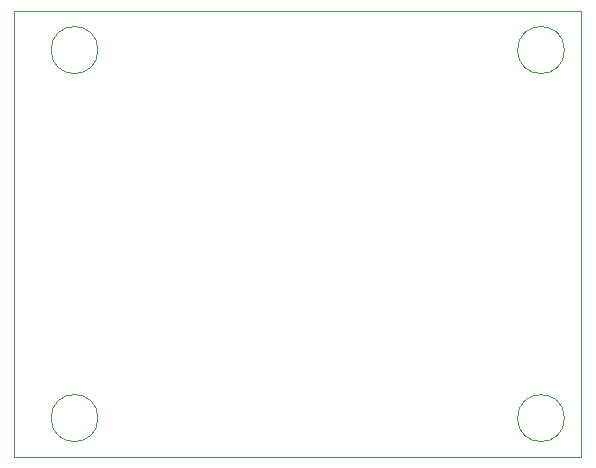
<source format=gbr>
%TF.GenerationSoftware,KiCad,Pcbnew,8.0.3*%
%TF.CreationDate,2024-07-10T12:56:16+05:30*%
%TF.ProjectId,Project_Rfid,50726f6a-6563-4745-9f52-6669642e6b69,rev?*%
%TF.SameCoordinates,Original*%
%TF.FileFunction,Profile,NP*%
%FSLAX46Y46*%
G04 Gerber Fmt 4.6, Leading zero omitted, Abs format (unit mm)*
G04 Created by KiCad (PCBNEW 8.0.3) date 2024-07-10 12:56:16*
%MOMM*%
%LPD*%
G01*
G04 APERTURE LIST*
%TA.AperFunction,Profile*%
%ADD10C,0.050000*%
%TD*%
G04 APERTURE END LIST*
D10*
X157054864Y-94742000D02*
G75*
G02*
X153079136Y-94742000I-1987864J0D01*
G01*
X153079136Y-94742000D02*
G75*
G02*
X157054864Y-94742000I1987864J0D01*
G01*
X157054864Y-125901136D02*
G75*
G02*
X153079136Y-125901136I-1987864J0D01*
G01*
X153079136Y-125901136D02*
G75*
G02*
X157054864Y-125901136I1987864J0D01*
G01*
X117557864Y-125901136D02*
G75*
G02*
X113582136Y-125901136I-1987864J0D01*
G01*
X113582136Y-125901136D02*
G75*
G02*
X117557864Y-125901136I1987864J0D01*
G01*
X117557864Y-94742000D02*
G75*
G02*
X113582136Y-94742000I-1987864J0D01*
G01*
X113582136Y-94742000D02*
G75*
G02*
X117557864Y-94742000I1987864J0D01*
G01*
X110490000Y-91440000D02*
X158496000Y-91440000D01*
X158496000Y-129159000D01*
X110490000Y-129159000D01*
X110490000Y-91440000D01*
M02*

</source>
